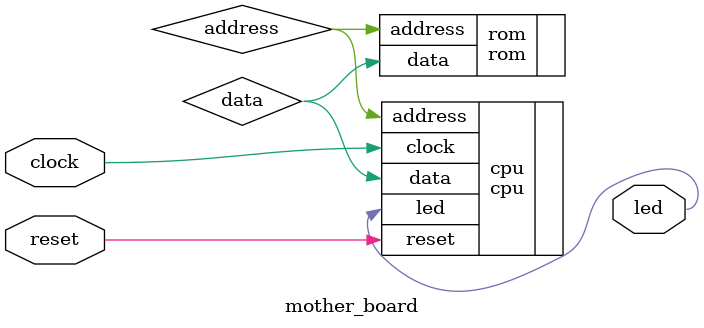
<source format=sv>
module mother_board (
    input   logic   clock,
    input   logic   reset,
    output  logic   led
);
    logic address;
    logic data;

    cpu cpu(.clock, .reset, .address, .data, .led);
    rom rom(.address, .data);
endmodule

</source>
